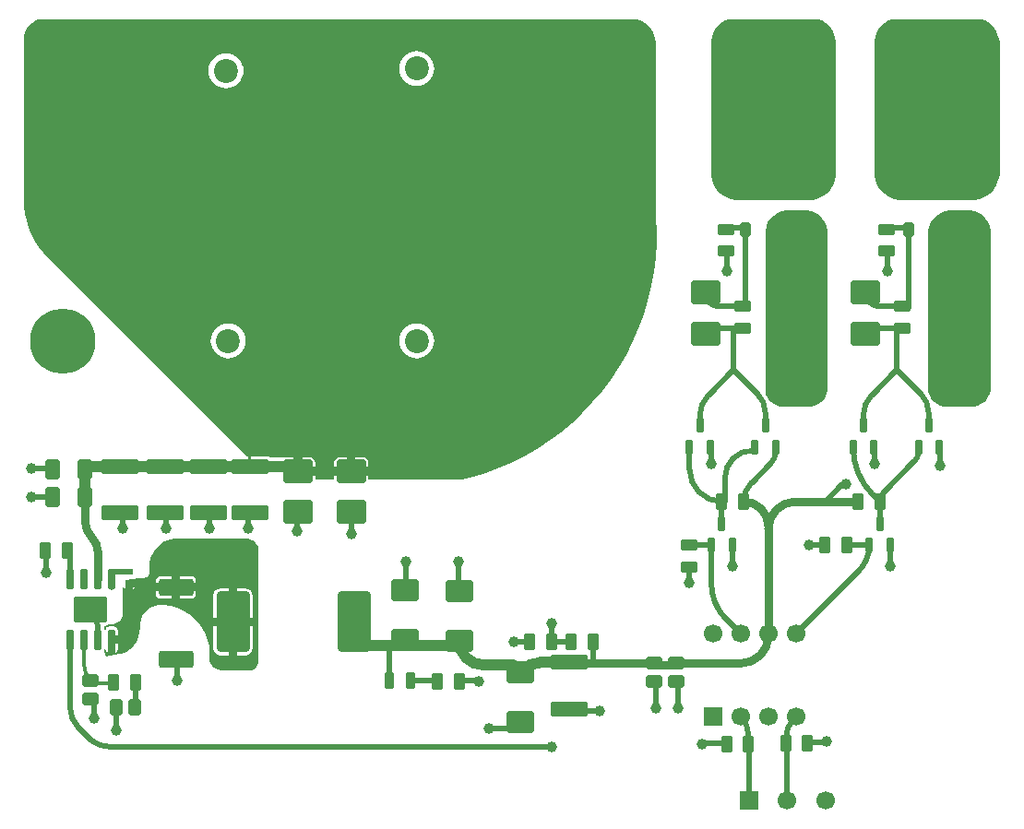
<source format=gtl>
G04*
G04 #@! TF.GenerationSoftware,Altium Limited,Altium Designer,22.7.1 (60)*
G04*
G04 Layer_Physical_Order=1*
G04 Layer_Color=16776960*
%FSLAX43Y43*%
%MOMM*%
G71*
G04*
G04 #@! TF.SameCoordinates,B0B9643B-9B23-428C-A4AC-A12B4A47BFEC*
G04*
G04*
G04 #@! TF.FilePolarity,Positive*
G04*
G01*
G75*
%ADD39C,1.000*%
%ADD40C,0.500*%
%ADD41C,0.750*%
%ADD42C,0.300*%
%ADD43C,0.500*%
G04:AMPARAMS|DCode=44|XSize=6.604mm|YSize=7.315mm|CornerRadius=0.826mm|HoleSize=0mm|Usage=FLASHONLY|Rotation=0.000|XOffset=0mm|YOffset=0mm|HoleType=Round|Shape=RoundedRectangle|*
%AMROUNDEDRECTD44*
21,1,6.604,5.664,0,0,0.0*
21,1,4.953,7.315,0,0,0.0*
1,1,1.651,2.477,-2.832*
1,1,1.651,-2.477,-2.832*
1,1,1.651,-2.477,2.832*
1,1,1.651,2.477,2.832*
%
%ADD44ROUNDEDRECTD44*%
G04:AMPARAMS|DCode=45|XSize=0.94mm|YSize=1.321mm|CornerRadius=0.117mm|HoleSize=0mm|Usage=FLASHONLY|Rotation=0.000|XOffset=0mm|YOffset=0mm|HoleType=Round|Shape=RoundedRectangle|*
%AMROUNDEDRECTD45*
21,1,0.940,1.086,0,0,0.0*
21,1,0.705,1.321,0,0,0.0*
1,1,0.235,0.352,-0.543*
1,1,0.235,-0.352,-0.543*
1,1,0.235,-0.352,0.543*
1,1,0.235,0.352,0.543*
%
%ADD45ROUNDEDRECTD45*%
G04:AMPARAMS|DCode=46|XSize=0.61mm|YSize=1.35mm|CornerRadius=0.076mm|HoleSize=0mm|Usage=FLASHONLY|Rotation=180.000|XOffset=0mm|YOffset=0mm|HoleType=Round|Shape=RoundedRectangle|*
%AMROUNDEDRECTD46*
21,1,0.610,1.198,0,0,180.0*
21,1,0.458,1.350,0,0,180.0*
1,1,0.153,-0.229,0.599*
1,1,0.153,0.229,0.599*
1,1,0.153,0.229,-0.599*
1,1,0.153,-0.229,-0.599*
%
%ADD46ROUNDEDRECTD46*%
G04:AMPARAMS|DCode=47|XSize=2.743mm|YSize=2.159mm|CornerRadius=0.27mm|HoleSize=0mm|Usage=FLASHONLY|Rotation=180.000|XOffset=0mm|YOffset=0mm|HoleType=Round|Shape=RoundedRectangle|*
%AMROUNDEDRECTD47*
21,1,2.743,1.619,0,0,180.0*
21,1,2.203,2.159,0,0,180.0*
1,1,0.540,-1.102,0.810*
1,1,0.540,1.102,0.810*
1,1,0.540,1.102,-0.810*
1,1,0.540,-1.102,-0.810*
%
%ADD47ROUNDEDRECTD47*%
G04:AMPARAMS|DCode=48|XSize=0.91mm|YSize=1.46mm|CornerRadius=0.114mm|HoleSize=0mm|Usage=FLASHONLY|Rotation=180.000|XOffset=0mm|YOffset=0mm|HoleType=Round|Shape=RoundedRectangle|*
%AMROUNDEDRECTD48*
21,1,0.910,1.233,0,0,180.0*
21,1,0.683,1.460,0,0,180.0*
1,1,0.228,-0.341,0.616*
1,1,0.228,0.341,0.616*
1,1,0.228,0.341,-0.616*
1,1,0.228,-0.341,-0.616*
%
%ADD48ROUNDEDRECTD48*%
G04:AMPARAMS|DCode=49|XSize=3.14mm|YSize=1.54mm|CornerRadius=0.193mm|HoleSize=0mm|Usage=FLASHONLY|Rotation=0.000|XOffset=0mm|YOffset=0mm|HoleType=Round|Shape=RoundedRectangle|*
%AMROUNDEDRECTD49*
21,1,3.140,1.155,0,0,0.0*
21,1,2.755,1.540,0,0,0.0*
1,1,0.385,1.378,-0.578*
1,1,0.385,-1.378,-0.578*
1,1,0.385,-1.378,0.578*
1,1,0.385,1.378,0.578*
%
%ADD49ROUNDEDRECTD49*%
G04:AMPARAMS|DCode=50|XSize=1.53mm|YSize=1.02mm|CornerRadius=0.127mm|HoleSize=0mm|Usage=FLASHONLY|Rotation=90.000|XOffset=0mm|YOffset=0mm|HoleType=Round|Shape=RoundedRectangle|*
%AMROUNDEDRECTD50*
21,1,1.530,0.765,0,0,90.0*
21,1,1.275,1.020,0,0,90.0*
1,1,0.255,0.383,0.638*
1,1,0.255,0.383,-0.638*
1,1,0.255,-0.383,-0.638*
1,1,0.255,-0.383,0.638*
%
%ADD50ROUNDEDRECTD50*%
G04:AMPARAMS|DCode=51|XSize=1.53mm|YSize=1.02mm|CornerRadius=0.127mm|HoleSize=0mm|Usage=FLASHONLY|Rotation=180.000|XOffset=0mm|YOffset=0mm|HoleType=Round|Shape=RoundedRectangle|*
%AMROUNDEDRECTD51*
21,1,1.530,0.765,0,0,180.0*
21,1,1.275,1.020,0,0,180.0*
1,1,0.255,-0.638,0.383*
1,1,0.255,0.638,0.383*
1,1,0.255,0.638,-0.383*
1,1,0.255,-0.638,-0.383*
%
%ADD51ROUNDEDRECTD51*%
G04:AMPARAMS|DCode=52|XSize=3.1mm|YSize=5.6mm|CornerRadius=0.388mm|HoleSize=0mm|Usage=FLASHONLY|Rotation=0.000|XOffset=0mm|YOffset=0mm|HoleType=Round|Shape=RoundedRectangle|*
%AMROUNDEDRECTD52*
21,1,3.100,4.825,0,0,0.0*
21,1,2.325,5.600,0,0,0.0*
1,1,0.775,1.163,-2.413*
1,1,0.775,-1.163,-2.413*
1,1,0.775,-1.163,2.413*
1,1,0.775,1.163,2.413*
%
%ADD52ROUNDEDRECTD52*%
G04:AMPARAMS|DCode=53|XSize=0.61mm|YSize=1.91mm|CornerRadius=0.076mm|HoleSize=0mm|Usage=FLASHONLY|Rotation=180.000|XOffset=0mm|YOffset=0mm|HoleType=Round|Shape=RoundedRectangle|*
%AMROUNDEDRECTD53*
21,1,0.610,1.758,0,0,180.0*
21,1,0.458,1.910,0,0,180.0*
1,1,0.153,-0.229,0.879*
1,1,0.153,0.229,0.879*
1,1,0.153,0.229,-0.879*
1,1,0.153,-0.229,-0.879*
%
%ADD53ROUNDEDRECTD53*%
G04:AMPARAMS|DCode=54|XSize=3.1mm|YSize=2.41mm|CornerRadius=0.301mm|HoleSize=0mm|Usage=FLASHONLY|Rotation=180.000|XOffset=0mm|YOffset=0mm|HoleType=Round|Shape=RoundedRectangle|*
%AMROUNDEDRECTD54*
21,1,3.100,1.808,0,0,180.0*
21,1,2.498,2.410,0,0,180.0*
1,1,0.603,-1.249,0.904*
1,1,0.603,1.249,0.904*
1,1,0.603,1.249,-0.904*
1,1,0.603,-1.249,-0.904*
%
%ADD54ROUNDEDRECTD54*%
G04:AMPARAMS|DCode=55|XSize=1.21mm|YSize=1.46mm|CornerRadius=0.151mm|HoleSize=0mm|Usage=FLASHONLY|Rotation=90.000|XOffset=0mm|YOffset=0mm|HoleType=Round|Shape=RoundedRectangle|*
%AMROUNDEDRECTD55*
21,1,1.210,1.158,0,0,90.0*
21,1,0.907,1.460,0,0,90.0*
1,1,0.303,0.579,0.454*
1,1,0.303,0.579,-0.454*
1,1,0.303,-0.579,-0.454*
1,1,0.303,-0.579,0.454*
%
%ADD55ROUNDEDRECTD55*%
G04:AMPARAMS|DCode=56|XSize=1.21mm|YSize=1.46mm|CornerRadius=0.151mm|HoleSize=0mm|Usage=FLASHONLY|Rotation=0.000|XOffset=0mm|YOffset=0mm|HoleType=Round|Shape=RoundedRectangle|*
%AMROUNDEDRECTD56*
21,1,1.210,1.158,0,0,0.0*
21,1,0.907,1.460,0,0,0.0*
1,1,0.303,0.454,-0.579*
1,1,0.303,-0.454,-0.579*
1,1,0.303,-0.454,0.579*
1,1,0.303,0.454,0.579*
%
%ADD56ROUNDEDRECTD56*%
G04:AMPARAMS|DCode=57|XSize=1.3mm|YSize=3.47mm|CornerRadius=0.163mm|HoleSize=0mm|Usage=FLASHONLY|Rotation=90.000|XOffset=0mm|YOffset=0mm|HoleType=Round|Shape=RoundedRectangle|*
%AMROUNDEDRECTD57*
21,1,1.300,3.145,0,0,90.0*
21,1,0.975,3.470,0,0,90.0*
1,1,0.325,1.573,0.488*
1,1,0.325,1.573,-0.488*
1,1,0.325,-1.573,-0.488*
1,1,0.325,-1.573,0.488*
%
%ADD57ROUNDEDRECTD57*%
G04:AMPARAMS|DCode=58|XSize=2.032mm|YSize=2.54mm|CornerRadius=0.254mm|HoleSize=0mm|Usage=FLASHONLY|Rotation=270.000|XOffset=0mm|YOffset=0mm|HoleType=Round|Shape=RoundedRectangle|*
%AMROUNDEDRECTD58*
21,1,2.032,2.032,0,0,270.0*
21,1,1.524,2.540,0,0,270.0*
1,1,0.508,-1.016,-0.762*
1,1,0.508,-1.016,0.762*
1,1,0.508,1.016,0.762*
1,1,0.508,1.016,-0.762*
%
%ADD58ROUNDEDRECTD58*%
G04:AMPARAMS|DCode=59|XSize=0.59mm|YSize=0.6mm|CornerRadius=0.074mm|HoleSize=0mm|Usage=FLASHONLY|Rotation=90.000|XOffset=0mm|YOffset=0mm|HoleType=Round|Shape=RoundedRectangle|*
%AMROUNDEDRECTD59*
21,1,0.590,0.453,0,0,90.0*
21,1,0.443,0.600,0,0,90.0*
1,1,0.148,0.226,0.221*
1,1,0.148,0.226,-0.221*
1,1,0.148,-0.226,-0.221*
1,1,0.148,-0.226,0.221*
%
%ADD59ROUNDEDRECTD59*%
G04:AMPARAMS|DCode=60|XSize=1.28mm|YSize=1.87mm|CornerRadius=0.16mm|HoleSize=0mm|Usage=FLASHONLY|Rotation=0.000|XOffset=0mm|YOffset=0mm|HoleType=Round|Shape=RoundedRectangle|*
%AMROUNDEDRECTD60*
21,1,1.280,1.550,0,0,0.0*
21,1,0.960,1.870,0,0,0.0*
1,1,0.320,0.480,-0.775*
1,1,0.320,-0.480,-0.775*
1,1,0.320,-0.480,0.775*
1,1,0.320,0.480,0.775*
%
%ADD60ROUNDEDRECTD60*%
%ADD61C,6.000*%
%ADD62C,1.700*%
%ADD63R,1.700X1.700*%
%ADD64R,1.700X1.700*%
%ADD65C,2.200*%
%ADD66C,1.000*%
%ADD67C,0.700*%
G36*
X117163Y126211D02*
X117579Y125933D01*
X117933Y125579D01*
X118211Y125163D01*
X118402Y124701D01*
X118500Y124210D01*
Y123960D01*
Y112240D01*
Y111990D01*
X118402Y111499D01*
X118211Y111037D01*
X117933Y110621D01*
X117579Y110267D01*
X117163Y109989D01*
X116701Y109798D01*
X116210Y109700D01*
X109290D01*
X108799Y109798D01*
X108337Y109989D01*
X107921Y110267D01*
X107567Y110621D01*
X107289Y111037D01*
X107098Y111499D01*
X107000Y111990D01*
Y112240D01*
Y123960D01*
Y124210D01*
X107098Y124701D01*
X107289Y125163D01*
X107567Y125579D01*
X107921Y125933D01*
X108337Y126211D01*
X108532Y126292D01*
X116968D01*
X117163Y126211D01*
D02*
G37*
G36*
X102163Y126211D02*
X102579Y125933D01*
X102933Y125579D01*
X103211Y125163D01*
X103402Y124701D01*
X103500Y124210D01*
Y123960D01*
X103500Y112200D01*
X103500Y111954D01*
X103404Y111471D01*
X103215Y111016D01*
X102942Y110606D01*
X102594Y110258D01*
X102184Y109985D01*
X101729Y109796D01*
X101246Y109700D01*
X101000Y109700D01*
X94540Y109700D01*
X94290Y109700D01*
X93799Y109798D01*
X93337Y109989D01*
X92921Y110267D01*
X92567Y110621D01*
X92289Y111037D01*
X92098Y111499D01*
X92000Y111990D01*
X92000Y112240D01*
Y123960D01*
Y124210D01*
X92098Y124701D01*
X92289Y125163D01*
X92567Y125579D01*
X92921Y125933D01*
X93337Y126211D01*
X93532Y126292D01*
X101968D01*
X102163Y126211D01*
D02*
G37*
G36*
X100650Y108750D02*
X100852Y108750D01*
X101248Y108671D01*
X101621Y108517D01*
X101957Y108292D01*
X102242Y108007D01*
X102467Y107671D01*
X102621Y107298D01*
X102700Y106902D01*
X102700Y106700D01*
X102700D01*
X102700Y106700D01*
X102700Y92400D01*
X102700Y92237D01*
X102637Y91919D01*
X102512Y91618D01*
X102332Y91348D01*
X102102Y91118D01*
X101832Y90938D01*
X101531Y90813D01*
X101213Y90750D01*
X101050Y90750D01*
X101050Y90750D01*
X101050Y90750D01*
X98550Y90750D01*
X98397Y90750D01*
X98098Y90810D01*
X97816Y90926D01*
X97562Y91096D01*
X97346Y91312D01*
X97268Y91429D01*
X97222Y91540D01*
X97115Y91715D01*
X97060Y91848D01*
X97000Y92147D01*
X97000Y92300D01*
X97000Y92300D01*
X97000Y106627D01*
X97000Y106836D01*
X97082Y107247D01*
X97242Y107633D01*
X97474Y107980D01*
X97770Y108276D01*
X98117Y108508D01*
X98503Y108668D01*
X98914Y108750D01*
X99123Y108750D01*
X99123Y108750D01*
X100650Y108750D01*
D02*
G37*
G36*
X114092Y108750D02*
Y108750D01*
X114092Y108750D01*
X115619Y108750D01*
X115821Y108750D01*
X116217Y108671D01*
X116590Y108517D01*
X116926Y108292D01*
X117211Y108007D01*
X117436Y107671D01*
X117590Y107298D01*
X117669Y106902D01*
X117669Y106700D01*
X117669Y106700D01*
X117669Y106700D01*
X117669Y92400D01*
X117669Y92237D01*
X117606Y91919D01*
X117481Y91618D01*
X117301Y91348D01*
X117071Y91118D01*
X116801Y90938D01*
X116500Y90813D01*
X116182Y90750D01*
X116019Y90750D01*
X113519Y90750D01*
X113366Y90750D01*
X113067Y90810D01*
X112785Y90926D01*
X112531Y91096D01*
X112317Y91310D01*
X112222Y91540D01*
X112026Y91859D01*
X111969Y92147D01*
X111969Y92300D01*
X111969Y106627D01*
X111969Y106836D01*
X112051Y107247D01*
X112211Y107633D01*
X112443Y107980D01*
X112739Y108276D01*
X113086Y108508D01*
X113473Y108668D01*
X113883Y108750D01*
X114092Y108750D01*
D02*
G37*
G36*
X85663Y126111D02*
X86079Y125833D01*
X86433Y125479D01*
X86711Y125063D01*
X86902Y124601D01*
X87000Y124110D01*
Y123860D01*
X87000Y107773D01*
X87035Y107102D01*
X87027Y105760D01*
X86942Y104420D01*
X86780Y103088D01*
X86540Y101767D01*
X86225Y100462D01*
X85835Y99177D01*
X85371Y97917D01*
X84835Y96686D01*
X84229Y95489D01*
X83554Y94328D01*
X82814Y93208D01*
X82010Y92133D01*
X81145Y91106D01*
X80222Y90131D01*
X79244Y89211D01*
X78215Y88349D01*
X77138Y87548D01*
X76016Y86810D01*
X74854Y86139D01*
X73654Y85536D01*
X72422Y85003D01*
X71161Y84543D01*
X69875Y84156D01*
X69222Y84000D01*
X60581Y84000D01*
Y84380D01*
X57419D01*
Y84000D01*
X55681Y84000D01*
Y84380D01*
X54100D01*
Y84780D01*
X53700D01*
Y86069D01*
X52998D01*
X52939Y86057D01*
X51544D01*
X51435Y86130D01*
X51273Y86162D01*
X49827D01*
Y85250D01*
X49573D01*
Y86162D01*
X49438D01*
X44600Y91000D01*
X31019Y104581D01*
X30780Y104820D01*
X30350Y105344D01*
X29974Y105907D01*
X29654Y106504D01*
X29395Y107130D01*
X29199Y107778D01*
X29066Y108443D01*
X29000Y109117D01*
Y109456D01*
Y109456D01*
X29000Y124500D01*
Y124687D01*
X29073Y125054D01*
X29216Y125400D01*
X29424Y125711D01*
X29689Y125976D01*
X30000Y126184D01*
X30260Y126292D01*
X85227D01*
X85663Y126111D01*
D02*
G37*
G36*
X49400Y78600D02*
X49400Y78600D01*
X49508D01*
X49721Y78558D01*
X49921Y78475D01*
X50101Y78354D01*
X50254Y78201D01*
X50375Y78021D01*
X50458Y77821D01*
X50500Y77608D01*
Y77500D01*
X50500Y67400D01*
X50500Y67400D01*
Y67311D01*
X50465Y67137D01*
X50398Y66974D01*
X50299Y66826D01*
X50174Y66701D01*
X50026Y66602D01*
X49863Y66535D01*
X49689Y66500D01*
X47179D01*
X47179Y66500D01*
X47058Y66500D01*
X46820Y66549D01*
X46598Y66645D01*
X46400Y66783D01*
X46233Y66959D01*
X46106Y67165D01*
X46022Y67392D01*
X45986Y67632D01*
X45993Y67752D01*
X45993Y67753D01*
X45993Y67753D01*
X46000Y68057D01*
X45951Y68664D01*
X45820Y69259D01*
X45610Y69831D01*
X45325Y70370D01*
X44970Y70865D01*
X44551Y71307D01*
X44077Y71689D01*
X43555Y72003D01*
X42995Y72244D01*
X42408Y72407D01*
X41805Y72490D01*
X41500Y72500D01*
X41500Y72500D01*
X41314Y72491D01*
X40948Y72418D01*
X40604Y72276D01*
X40295Y72069D01*
X40031Y71805D01*
X39824Y71496D01*
X39682Y71152D01*
X39609Y70786D01*
X39600Y70600D01*
X39600Y70600D01*
X39623Y70380D01*
X39587Y69939D01*
X39472Y69512D01*
X39280Y69113D01*
X39019Y68756D01*
X38698Y68452D01*
X38326Y68213D01*
X37917Y68045D01*
X37700Y68000D01*
X36500Y67800D01*
X36308Y68280D01*
X36318Y68294D01*
X36342Y68417D01*
X36444D01*
X36465Y68312D01*
X36538Y68203D01*
X36630Y68142D01*
Y69320D01*
X37005D01*
Y69695D01*
X37570D01*
Y70199D01*
X37545Y70328D01*
X37472Y70437D01*
X37363Y70510D01*
X37234Y70535D01*
X37158D01*
X37005Y70566D01*
X36853Y70535D01*
X36776D01*
X36647Y70510D01*
X36538Y70437D01*
X36465Y70328D01*
X36444Y70223D01*
X36342D01*
X36318Y70346D01*
X36300Y70373D01*
Y70500D01*
X36345Y70583D01*
X36349D01*
X36583Y70630D01*
X36756Y70745D01*
X36900D01*
X36900Y70745D01*
Y70745D01*
X36996Y70738D01*
X37189Y70752D01*
X37375Y70803D01*
X37548Y70889D01*
X37700Y71008D01*
X37827Y71154D01*
X37922Y71322D01*
X37983Y71505D01*
X38000Y71600D01*
X38000Y74105D01*
X38100Y74128D01*
X38157Y74042D01*
X38245Y73984D01*
Y74500D01*
X38620D01*
Y74875D01*
X39138D01*
X39121Y74900D01*
X39174Y75000D01*
X40000D01*
X40098Y75010D01*
X40278Y75084D01*
X40416Y75222D01*
X40490Y75402D01*
X40500Y75500D01*
X40500Y76060D01*
Y76310D01*
X40598Y76801D01*
X40789Y77263D01*
X41067Y77679D01*
X41421Y78033D01*
X41837Y78311D01*
X42299Y78502D01*
X42790Y78600D01*
X49400D01*
X49400Y78600D01*
D02*
G37*
%LPC*%
G36*
X65000Y123358D02*
X64686Y123327D01*
X64385Y123235D01*
X64107Y123087D01*
X63863Y122887D01*
X63663Y122643D01*
X63515Y122365D01*
X63423Y122064D01*
X63392Y121750D01*
X63423Y121436D01*
X63515Y121135D01*
X63663Y120857D01*
X63863Y120613D01*
X64107Y120413D01*
X64385Y120265D01*
X64686Y120173D01*
X65000Y120142D01*
X65314Y120173D01*
X65615Y120265D01*
X65893Y120413D01*
X66137Y120613D01*
X66337Y120857D01*
X66485Y121135D01*
X66577Y121436D01*
X66608Y121750D01*
X66577Y122064D01*
X66485Y122365D01*
X66337Y122643D01*
X66137Y122887D01*
X65893Y123087D01*
X65615Y123235D01*
X65314Y123327D01*
X65000Y123358D01*
D02*
G37*
G36*
X47500Y123158D02*
X47186Y123127D01*
X46885Y123035D01*
X46607Y122887D01*
X46363Y122687D01*
X46163Y122443D01*
X46015Y122165D01*
X45923Y121864D01*
X45892Y121550D01*
X45923Y121236D01*
X46015Y120935D01*
X46163Y120657D01*
X46363Y120413D01*
X46607Y120213D01*
X46885Y120065D01*
X47186Y119973D01*
X47500Y119942D01*
X47814Y119973D01*
X48115Y120065D01*
X48393Y120213D01*
X48637Y120413D01*
X48837Y120657D01*
X48985Y120935D01*
X49077Y121236D01*
X49108Y121550D01*
X49077Y121864D01*
X48985Y122165D01*
X48837Y122443D01*
X48637Y122687D01*
X48393Y122887D01*
X48115Y123035D01*
X47814Y123127D01*
X47500Y123158D01*
D02*
G37*
G36*
X65000Y98358D02*
X64686Y98327D01*
X64385Y98235D01*
X64107Y98087D01*
X63863Y97887D01*
X63663Y97643D01*
X63515Y97365D01*
X63423Y97064D01*
X63392Y96750D01*
X63423Y96436D01*
X63515Y96135D01*
X63663Y95857D01*
X63863Y95613D01*
X64107Y95413D01*
X64385Y95265D01*
X64686Y95173D01*
X65000Y95142D01*
X65314Y95173D01*
X65615Y95265D01*
X65893Y95413D01*
X66137Y95613D01*
X66337Y95857D01*
X66485Y96135D01*
X66577Y96436D01*
X66608Y96750D01*
X66577Y97064D01*
X66485Y97365D01*
X66337Y97643D01*
X66137Y97887D01*
X65893Y98087D01*
X65615Y98235D01*
X65314Y98327D01*
X65000Y98358D01*
D02*
G37*
G36*
X47700D02*
X47386Y98327D01*
X47085Y98235D01*
X46807Y98087D01*
X46563Y97887D01*
X46363Y97643D01*
X46215Y97365D01*
X46123Y97064D01*
X46092Y96750D01*
X46123Y96436D01*
X46215Y96135D01*
X46363Y95857D01*
X46563Y95613D01*
X46807Y95413D01*
X47085Y95265D01*
X47386Y95173D01*
X47700Y95142D01*
X48014Y95173D01*
X48315Y95265D01*
X48593Y95413D01*
X48837Y95613D01*
X49037Y95857D01*
X49185Y96135D01*
X49277Y96436D01*
X49308Y96750D01*
X49277Y97064D01*
X49185Y97365D01*
X49037Y97643D01*
X48837Y97887D01*
X48593Y98087D01*
X48315Y98235D01*
X48014Y98327D01*
X47700Y98358D01*
D02*
G37*
G36*
X60102Y86069D02*
X59400D01*
Y85180D01*
X60581D01*
Y85590D01*
X60544Y85773D01*
X60440Y85928D01*
X60285Y86032D01*
X60102Y86069D01*
D02*
G37*
G36*
X58600D02*
X57898D01*
X57715Y86032D01*
X57560Y85928D01*
X57456Y85773D01*
X57419Y85590D01*
Y85180D01*
X58600D01*
Y86069D01*
D02*
G37*
G36*
X55202D02*
X54500D01*
Y85180D01*
X55681D01*
Y85590D01*
X55644Y85773D01*
X55540Y85928D01*
X55385Y86032D01*
X55202Y86069D01*
D02*
G37*
G36*
X44278Y75158D02*
X43275D01*
Y74500D01*
X44733D01*
Y74702D01*
X44698Y74877D01*
X44599Y75024D01*
X44452Y75123D01*
X44278Y75158D01*
D02*
G37*
G36*
X42525D02*
X41523D01*
X41348Y75123D01*
X41201Y75024D01*
X41102Y74877D01*
X41067Y74702D01*
Y74500D01*
X42525D01*
Y75158D01*
D02*
G37*
G36*
X39138Y74125D02*
X38995D01*
Y73984D01*
X39083Y74042D01*
X39138Y74125D01*
D02*
G37*
G36*
X44733Y73750D02*
X43275D01*
Y73092D01*
X44278D01*
X44452Y73127D01*
X44599Y73226D01*
X44698Y73373D01*
X44733Y73548D01*
Y73750D01*
D02*
G37*
G36*
X42525D02*
X41067D01*
Y73548D01*
X41102Y73373D01*
X41201Y73226D01*
X41348Y73127D01*
X41523Y73092D01*
X42525D01*
Y73750D01*
D02*
G37*
G36*
X49312Y74017D02*
X48525D01*
Y71325D01*
X49967D01*
Y73362D01*
X49917Y73613D01*
X49775Y73825D01*
X49563Y73967D01*
X49312Y74017D01*
D02*
G37*
G36*
X47775D02*
X46987D01*
X46737Y73967D01*
X46525Y73825D01*
X46383Y73613D01*
X46333Y73362D01*
Y71325D01*
X47775D01*
Y74017D01*
D02*
G37*
G36*
X37570Y68945D02*
X37380D01*
Y68142D01*
X37472Y68203D01*
X37545Y68312D01*
X37570Y68441D01*
Y68945D01*
D02*
G37*
G36*
X49967Y70575D02*
X48525D01*
Y67883D01*
X49312D01*
X49563Y67933D01*
X49775Y68075D01*
X49917Y68287D01*
X49967Y68537D01*
Y70575D01*
D02*
G37*
G36*
X47775D02*
X46333D01*
Y68537D01*
X46383Y68287D01*
X46525Y68075D01*
X46737Y67933D01*
X46987Y67883D01*
X47775D01*
Y70575D01*
D02*
G37*
%LPD*%
D39*
X76416Y67225D02*
G03*
X74620Y66481I0J-2540D01*
G01*
X74500Y66361D02*
G03*
X73861Y67000I-639J0D01*
G01*
X68900Y69214D02*
G03*
X71114Y67000I2214J0D01*
G01*
X34846Y85250D02*
G03*
X34572Y84976I0J-274D01*
G01*
X54100Y84780D02*
G03*
X53630Y85250I-470J0D01*
G01*
X76416Y67225D02*
X79000D01*
X71114Y67000D02*
X73861D01*
X74500Y66361D02*
X74620Y66481D01*
X62500Y68750D02*
X68900D01*
Y69214D01*
X45900Y85250D02*
X49700D01*
X41900D02*
X45900D01*
X37800D02*
X41900D01*
X59000Y68750D02*
X62500D01*
X34572Y82376D02*
Y84976D01*
X34846Y85250D02*
X37800D01*
X53640Y84780D02*
X54100D01*
X49700Y85250D02*
X53630D01*
D40*
X92050Y74455D02*
G03*
X93390Y71220I4575J0D01*
G01*
X105050Y87000D02*
G03*
X106858Y82634I6174J0D01*
G01*
X63925Y73836D02*
G03*
X64000Y74017I-181J181D01*
G01*
X33195Y77213D02*
G03*
X32908Y77500I-287J0D01*
G01*
X105560Y75610D02*
G03*
X106550Y78000I-2390J2390D01*
G01*
X106744Y91744D02*
G03*
X106000Y89948I1796J-1796D01*
G01*
X106672Y97893D02*
G03*
X106200Y97420I0J-472D01*
G01*
X112000Y90133D02*
G03*
X111256Y91929I-2540J0D01*
G01*
X106200Y101180D02*
G03*
X107473Y99907I1273J0D01*
G01*
X110132Y100072D02*
G03*
X110200Y99907I233J0D01*
G01*
X110132Y106948D02*
G03*
X109766Y107100I-366J-366D01*
G01*
X35154Y60066D02*
G03*
X36752Y59500I1599J1974D01*
G01*
X33195Y63077D02*
G03*
X33939Y61281I2540J0D01*
G01*
X95465Y60500D02*
G03*
X94740Y62250I-2475J0D01*
G01*
D02*
G03*
X94715Y62190I60J-60D01*
G01*
X95500Y59665D02*
G03*
X95465Y59750I-120J0D01*
G01*
X90050Y84950D02*
G03*
X93000Y82000I2950J0D01*
G01*
X95832Y86700D02*
G03*
X93293Y84160I0J-2540D01*
G01*
X95832Y86700D02*
G03*
X93293Y84160I0J-2540D01*
G01*
X62525Y68725D02*
G03*
X62500Y68750I-25J0D01*
G01*
X81207Y67430D02*
G03*
X81300Y67206I316J0D01*
G01*
X106993Y86958D02*
G03*
X106950Y87000I-42J0D01*
G01*
X99613Y62043D02*
G03*
X98869Y60247I1796J-1796D01*
G01*
X99000Y59484D02*
G03*
X98869Y59800I-447J0D01*
G01*
X91744Y91744D02*
G03*
X91000Y89948I1796J-1796D01*
G01*
X91973Y97893D02*
G03*
X91500Y97420I0J-473D01*
G01*
X97000Y90133D02*
G03*
X96256Y91929I-2540J0D01*
G01*
X91500Y101180D02*
G03*
X92772Y99908I1272J0D01*
G01*
X94900D02*
G03*
X95163Y100542I-635J635D01*
G01*
Y106942D02*
G03*
X94711Y107100I-452J-567D01*
G01*
X95223Y106888D02*
G03*
X95163Y106942I-512J-512D01*
G01*
X95223Y106888D02*
G03*
X95163Y106948I-61J-0D01*
G01*
X89000Y64967D02*
G03*
X88800Y65450I-683J0D01*
G01*
X92000Y86879D02*
G03*
X91950Y87000I-171J0D01*
G01*
X94000Y77879D02*
G03*
X93950Y78000I-171J0D01*
G01*
X35735Y70567D02*
G03*
X35100Y72100I-2168J0D01*
G01*
X31572Y82376D02*
G03*
X31514Y82400I-58J-58D01*
G01*
X38000Y80750D02*
G03*
X37900Y80850I-100J0D01*
G01*
X42000Y80850D02*
G03*
X41900Y80950I-100J0D01*
G01*
X31572Y84976D02*
G03*
X31514Y85000I-58J-58D01*
G01*
X46000Y80850D02*
G03*
X45900Y80950I-100J0D01*
G01*
X49700Y80950D02*
G03*
X49500Y80750I0J-200D01*
G01*
X54100Y81020D02*
G03*
X54000Y80920I0J-100D01*
G01*
X68800Y73886D02*
G03*
X68900Y73786I100J0D01*
G01*
X59100Y80920D02*
G03*
X59000Y81020I-100J0D01*
G01*
X70700Y65500D02*
G03*
X70600Y65600I-100J0D01*
G01*
X93500Y104751D02*
G03*
X93400Y104992I-341J0D01*
G01*
X108200Y104651D02*
G03*
X108100Y104892I-341J0D01*
G01*
X95727Y83727D02*
G03*
X95015Y82007I1720J-1720D01*
G01*
X97500Y85500D02*
G03*
X97950Y86586I-1086J1086D01*
G01*
X110700Y85700D02*
G03*
X111050Y86545I-845J845D01*
G01*
X107866Y82866D02*
G03*
X107507Y82000I866J-866D01*
G01*
X37400Y61000D02*
Y63005D01*
Y60900D02*
Y61000D01*
X35400Y62100D02*
Y63845D01*
X73900Y69100D02*
X75393D01*
X75393Y69100D01*
X77400Y70800D02*
X77408Y70793D01*
Y69100D02*
Y70793D01*
X93390Y71220D02*
X94740Y69870D01*
X92050Y74455D02*
Y78000D01*
X94000Y76000D02*
Y76100D01*
X108500D02*
Y77979D01*
X104100Y83600D02*
X104400D01*
X102500Y82000D02*
X104100Y83600D01*
X99820Y69870D02*
X100018D01*
X77408Y69100D02*
X79193Y69100D01*
X80110Y62800D02*
X81800D01*
X91434Y59800D02*
X93100D01*
X90000Y74500D02*
X90000D01*
X90000D02*
Y75993D01*
X109092Y97893D02*
X109600D01*
X94092Y97893D02*
X94900D01*
X93500Y103100D02*
Y103200D01*
X107000Y85500D02*
Y86958D01*
X107500Y80000D02*
Y81993D01*
X112950Y87100D02*
X113000Y87050D01*
X112025Y89300D02*
Y89300D01*
X59000Y79000D02*
Y81020D01*
X43000Y65600D02*
Y67334D01*
X37005Y74880D02*
Y75525D01*
Y74140D02*
Y74880D01*
Y69320D02*
Y70005D01*
X64000Y74017D02*
Y76500D01*
X101000Y78000D02*
X102268D01*
X31000Y75500D02*
Y77400D01*
X30900Y77500D02*
X31000Y77400D01*
X87000Y63000D02*
Y65050D01*
X86760Y65290D02*
X87000Y65050D01*
X91000Y89000D02*
X91000Y89000D01*
X97000D02*
X97000Y89000D01*
X92050Y78000D02*
Y78007D01*
X33195Y74880D02*
Y77212D01*
X30893Y77500D02*
X30900D01*
X99820Y69870D02*
X105560Y75610D01*
X104500Y78007D02*
X106550D01*
X106000Y89000D02*
Y89948D01*
X106744Y91744D02*
X109092Y94092D01*
X106672Y97893D02*
X109092D01*
X112000Y89000D02*
Y90133D01*
X109092Y94092D02*
Y97893D01*
Y97993D01*
Y94092D02*
X111256Y91929D01*
X107473Y99907D02*
X109600D01*
X107708Y107100D02*
X109766D01*
X110132Y100072D02*
Y106948D01*
X39190Y63005D02*
Y65150D01*
X64475Y65600D02*
X66893D01*
X33939Y61281D02*
X35154Y60066D01*
X36752Y59500D02*
X77400D01*
X33195Y63077D02*
Y69320D01*
X37005Y75525D02*
X38620D01*
X95500Y54600D02*
Y59665D01*
X95465Y59750D02*
Y60500D01*
X93000Y80000D02*
Y82000D01*
X90050Y84950D02*
Y87000D01*
X93292Y82000D02*
Y84160D01*
X95832Y86700D02*
X95867D01*
X62525Y65600D02*
Y68725D01*
X81207Y67430D02*
Y69100D01*
X106993Y86958D02*
X107000D01*
X98869Y59800D02*
Y60247D01*
X99000Y54600D02*
Y59484D01*
X99613Y62043D02*
X99820Y62250D01*
X90000Y78007D02*
X92050D01*
X91000Y89000D02*
Y89948D01*
X91744Y91744D02*
X94092Y94092D01*
X91973Y97893D02*
X94092D01*
X97000Y89000D02*
Y90133D01*
X94092Y94092D02*
Y97893D01*
Y94092D02*
X96256Y91929D01*
X94900Y97992D02*
X95075D01*
X92772Y99908D02*
X94900D01*
X92908Y107100D02*
X94711D01*
X95163Y100542D02*
Y106942D01*
Y106948D01*
X89000Y63000D02*
Y64967D01*
X92000Y85500D02*
Y86879D01*
X101250Y59900D02*
X102700D01*
X94000Y76100D02*
Y77879D01*
X113000Y85300D02*
Y87050D01*
X35735Y69320D02*
Y70567D01*
X38000Y79500D02*
Y80750D01*
X42000Y79500D02*
Y80850D01*
X41900Y80950D02*
X41900Y80950D01*
X29600Y82400D02*
X31514D01*
X29600Y85000D02*
X31514D01*
X45900Y80950D02*
X45900Y80950D01*
X49500Y79500D02*
Y80750D01*
X54000Y79300D02*
Y80920D01*
X46000Y79500D02*
Y80850D01*
X49700Y80950D02*
X49900Y80750D01*
X68800Y73886D02*
Y76500D01*
X54100Y81020D02*
X54100Y81020D01*
X59100Y80920D02*
X59100D01*
X59000Y81020D02*
X59000D01*
X71600Y61200D02*
X74900D01*
X68907Y65600D02*
X70600D01*
X93500Y103200D02*
Y104751D01*
X108200Y103200D02*
Y104651D01*
X97950Y86586D02*
Y87000D01*
X95727Y83727D02*
X97500Y85500D01*
X111050Y86545D02*
Y87000D01*
X107866Y82866D02*
X110700Y85700D01*
X107507Y82000D02*
Y82405D01*
X106858Y82634D02*
X107500Y81993D01*
D41*
X94740Y67140D02*
G03*
X97280Y69680I0J2540D01*
G01*
X99820Y82000D02*
G03*
X97280Y79460I0J-2540D01*
G01*
X34572Y80216D02*
G03*
X35200Y78700I2144J0D01*
G01*
X35735Y77408D02*
G03*
X35200Y78700I-1827J0D01*
G01*
X97280Y79728D02*
G03*
X95015Y82007I-2280J0D01*
G01*
X79000Y67234D02*
X81300Y67206D01*
X82295Y67194D02*
X86760Y67140D01*
X102500Y82000D02*
X105493D01*
X97280Y69680D02*
Y69870D01*
X81300Y67206D02*
X82295Y67194D01*
X86760Y66980D02*
X89140D01*
X81300Y67206D02*
X81300D01*
X88800Y67140D02*
X94740D01*
X97280Y69870D02*
Y79460D01*
Y79728D01*
X99820Y82000D02*
X102500D01*
X34572Y80216D02*
Y82376D01*
X35735Y74880D02*
Y77408D01*
D42*
X34465Y67078D02*
G03*
X35100Y65545I2168J0D01*
G01*
Y65300D02*
X35105Y65305D01*
X34465Y67078D02*
Y69320D01*
X35105Y65305D02*
X37193D01*
D43*
X45900Y80950D02*
D03*
X54100Y81020D02*
D03*
D44*
X112392Y113400D02*
D03*
X97423Y113400D02*
D03*
D45*
X114653Y106948D02*
D03*
X110132D02*
D03*
X99684Y106948D02*
D03*
X95163D02*
D03*
D46*
X112000Y89000D02*
D03*
X112950Y87000D02*
D03*
X111050D02*
D03*
X107500Y80000D02*
D03*
X108450Y78000D02*
D03*
X106550D02*
D03*
X106000Y89000D02*
D03*
X106950Y87000D02*
D03*
X105050D02*
D03*
X91000Y89000D02*
D03*
X91950Y87000D02*
D03*
X90050D02*
D03*
X93000Y80000D02*
D03*
X93950Y78000D02*
D03*
X92050D02*
D03*
X97000Y89000D02*
D03*
X97950Y87000D02*
D03*
X96050D02*
D03*
D47*
X106200Y97420D02*
D03*
Y101180D02*
D03*
X91500Y97420D02*
D03*
Y101180D02*
D03*
X54100Y84780D02*
D03*
Y81020D02*
D03*
X59000Y84780D02*
D03*
Y81020D02*
D03*
D48*
X62525Y65600D02*
D03*
X64475D02*
D03*
D49*
X42900Y74125D02*
D03*
Y67475D02*
D03*
D50*
X102493Y78000D02*
D03*
X104507D02*
D03*
X107507Y82000D02*
D03*
X105493D02*
D03*
X100884Y59800D02*
D03*
X98869D02*
D03*
X93450Y59750D02*
D03*
X95465D02*
D03*
X92992Y82000D02*
D03*
X95008D02*
D03*
X39208Y65405D02*
D03*
X37193D02*
D03*
X75393Y69100D02*
D03*
X77408D02*
D03*
X30893Y77500D02*
D03*
X32908D02*
D03*
X68907Y65523D02*
D03*
X66893D02*
D03*
X79193Y69100D02*
D03*
X81207D02*
D03*
D51*
X108100Y104992D02*
D03*
Y107008D02*
D03*
X109600Y97893D02*
D03*
Y99907D02*
D03*
X93400Y104992D02*
D03*
Y107008D02*
D03*
X90000Y75993D02*
D03*
Y78007D02*
D03*
X94900Y97893D02*
D03*
Y99908D02*
D03*
D52*
X59250Y70950D02*
D03*
X48150D02*
D03*
D53*
X37005Y69320D02*
D03*
X35735D02*
D03*
X34465D02*
D03*
X33195D02*
D03*
Y74880D02*
D03*
X34465D02*
D03*
X35735D02*
D03*
X37005D02*
D03*
D54*
X35100Y72100D02*
D03*
D55*
X86760Y67140D02*
D03*
Y65450D02*
D03*
X35100Y63855D02*
D03*
Y65545D02*
D03*
X88800Y65450D02*
D03*
Y67140D02*
D03*
D56*
X39090Y63105D02*
D03*
X37400D02*
D03*
D57*
X49700Y85250D02*
D03*
Y80950D02*
D03*
X45900Y85250D02*
D03*
Y80950D02*
D03*
X41900Y85250D02*
D03*
Y80950D02*
D03*
X37800Y85250D02*
D03*
Y80950D02*
D03*
X79000Y62925D02*
D03*
Y67225D02*
D03*
D58*
X74500Y61789D02*
D03*
Y66361D02*
D03*
X68900Y73786D02*
D03*
Y69214D02*
D03*
X63925Y73836D02*
D03*
Y69264D02*
D03*
D59*
X38620Y74500D02*
D03*
Y75525D02*
D03*
D60*
X34572Y82376D02*
D03*
X31572D02*
D03*
X34572Y84976D02*
D03*
X31572D02*
D03*
D61*
X32500Y112300D02*
D03*
Y96750D02*
D03*
X97900Y121800D02*
D03*
X82900Y121800D02*
D03*
X112900D02*
D03*
D62*
X102500Y54600D02*
D03*
X99000D02*
D03*
X94740Y62250D02*
D03*
X97280D02*
D03*
X99820D02*
D03*
X92200Y69870D02*
D03*
X94740D02*
D03*
X97280D02*
D03*
X99820D02*
D03*
D63*
X95500Y54600D02*
D03*
D64*
X92200Y62250D02*
D03*
D65*
X65000Y104250D02*
D03*
Y96750D02*
D03*
X47500Y114050D02*
D03*
Y121550D02*
D03*
X47700Y104250D02*
D03*
Y96750D02*
D03*
X65000Y114250D02*
D03*
Y121750D02*
D03*
D66*
X77400Y59500D02*
D03*
X71600Y61200D02*
D03*
X37400Y61000D02*
D03*
X73900Y69100D02*
D03*
X77400Y70800D02*
D03*
X108500Y76100D02*
D03*
X104400Y83600D02*
D03*
X68800Y76500D02*
D03*
X81800Y62800D02*
D03*
X91200Y59700D02*
D03*
X102650Y59950D02*
D03*
X90000Y74500D02*
D03*
X107000Y85500D02*
D03*
X113000Y85300D02*
D03*
X38000Y79500D02*
D03*
X42000D02*
D03*
X46000D02*
D03*
X49500D02*
D03*
X54000Y79300D02*
D03*
X59000Y79000D02*
D03*
X70700Y65500D02*
D03*
X93500Y103200D02*
D03*
X108200D02*
D03*
X92000Y85500D02*
D03*
X64000Y76500D02*
D03*
X94000Y76100D02*
D03*
X101000Y78000D02*
D03*
X29600Y85000D02*
D03*
Y82400D02*
D03*
X31000Y75500D02*
D03*
X35400Y62100D02*
D03*
X87000Y63000D02*
D03*
X89000D02*
D03*
X43000Y65600D02*
D03*
D67*
X35100Y72800D02*
D03*
X36200D02*
D03*
X34000D02*
D03*
X99750Y105250D02*
D03*
X98000Y107000D02*
D03*
X101250D02*
D03*
X36200Y71400D02*
D03*
X35100D02*
D03*
X34000D02*
D03*
X98200Y106200D02*
D03*
X98800Y105400D02*
D03*
X100600D02*
D03*
X101200Y106200D02*
D03*
X116169Y106200D02*
D03*
X115569Y105400D02*
D03*
X113769D02*
D03*
X113169Y106200D02*
D03*
X116219Y107000D02*
D03*
X112969D02*
D03*
X114719Y105250D02*
D03*
X98184Y93148D02*
D03*
X98784Y93948D02*
D03*
X100584Y93948D02*
D03*
X101184Y93148D02*
D03*
X98134Y92348D02*
D03*
X101384Y92348D02*
D03*
X99634Y94098D02*
D03*
X113084Y93048D02*
D03*
X113684Y93848D02*
D03*
X115484Y93848D02*
D03*
X116084Y93048D02*
D03*
X113034Y92248D02*
D03*
X116284Y92248D02*
D03*
X114534Y93998D02*
D03*
M02*

</source>
